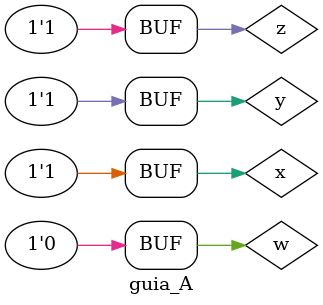
<source format=v>
/*
* Nome : Diego Da Silva Ferreira
* Matricula : 71 06 78
*
**/


module SoP (output s, input x, y, w  ,  z);
assign s =  (~x & ~y& w&z )  | (~x & ~y& ~w&~z )  | (~x & y& ~w&~z )  |(x & ~y& w&~z )  |
(x & ~y& w&z )  |(x&~y&~w&~z)| (x&y&w&~z);     
endmodule // SoP

module guia_A;
reg x, y, w , z;
wire s1; 
// instancias
SoP FXY1 (s1, x, y,w , z);

// valores iniciais
initial begin: start
x=1'b0; y=1'b0; z = 1'b0; w = 1'b1; // indefinidos
end

// parte principal
initial begin: main

// identificacao
$display("Guia-04 - Diego Da Silva Ferreira - 71 06 78 ");
$display(" x  y  w  z |  SoP( 1, 2, 6, 8, 9, 10 , 12 )'  " );
$monitor("%2b %2b %2b %2b |    %2b" , x , y, w , z ,  s1);

// sinalizacao
#1 x=0; y=0; w=1; z=1;
#1 x=0; y=0; w=0; z=0;
#1 x=0; y=0; w=0; z=1;
#1 x=0; y=1; w=1; z=0;
#1 x=0; y=1; w=1; z=1;
#1 x=0; y=1; w=0; z=0;
#1 x=0; y=1; w=0; z=1;
#1 x=1; y=0; w=1; z=0;
#1 x=1; y=0; w=1; z=1;
#1 x=1; y=0; w=0; z=0;
#1 x=1; y=0; w=0; z=1;
#1 x=1; y=1; w=1; z=0;
#1 x=1; y=1; w=1; z=1;
#1 x=1; y=1; w=0; z=0;
#1 x=1; y=1; w=0; z=1;




end
endmodule // test_module
/*

teste:

Guia-04 - Diego Da Silva Ferreira - 71 06 78 
 x  y  w  z |  SoP( 1, 2, 6, 8, 9, 10 , 12 )'  
 0  0  1  0 |     0
 0  0  1  1 |     1
 0  0  0  0 |     1
 0  0  0  1 |     0
 0  1  1  0 |     0
 0  1  1  1 |     0
 0  1  0  0 |     1
 0  1  0  1 |     0
 1  0  1  0 |     1
 1  0  1  1 |     1
 1  0  0  0 |     1
 1  0  0  1 |     0
 1  1  1  0 |     1
 1  1  1  1 |     0
 1  1  0  0 |     0
 1  1  0  1 |     0




*/

</source>
